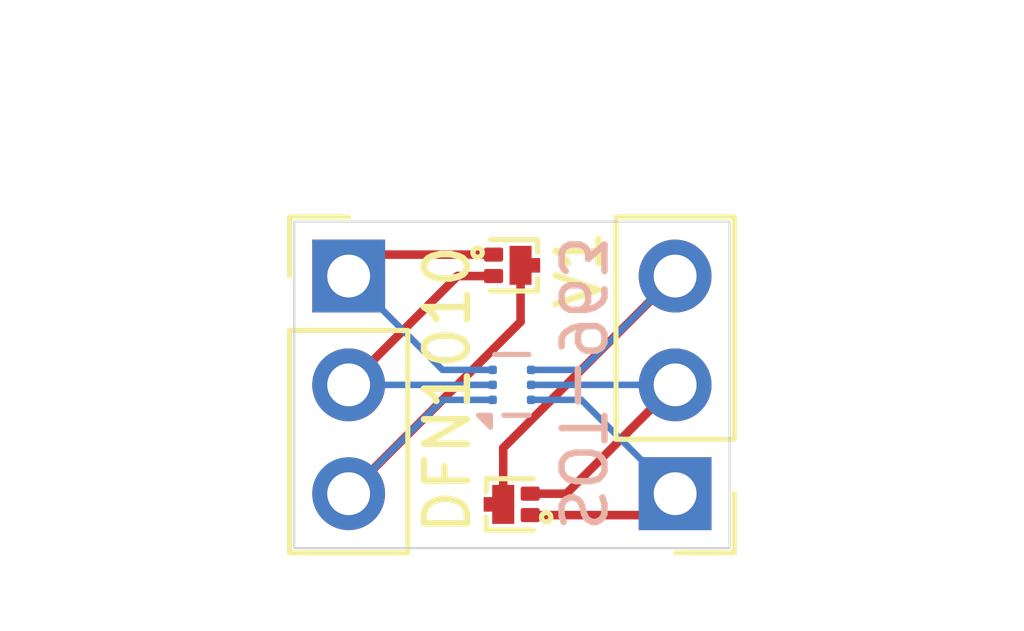
<source format=kicad_pcb>
(kicad_pcb (version 20241229) (generator "pcbnew") (generator_version "9.0")
  (layers (0 "F.Cu" signal) (2 "B.Cu" signal) (13 "F.Paste" user) (15 "B.Paste" user) (5 "F.SilkS" user "F.Silkscreen") (7 "B.SilkS" user "B.Silkscreen") (1 "F.Mask" user) (3 "B.Mask" user) (25 "Edge.Cuts" user))
  (net 0 "")
  (net 1 "Net-(J1-Pin_2)")
  (net 2 "Net-(J1-Pin_3)")
  (net 3 "Net-(J1-Pin_1)")
  (net 4 "Net-(J2-Pin_2)")
  (net 5 "Net-(J2-Pin_3)")
  (net 6 "Net-(J2-Pin_1)")
  (footprint "Connector_PinHeader_2.54mm:PinHeader_1x03_P2.54mm_Vertical" (layer "F.Cu") (at 45.72 55.88 180)
    (property "Reference" "J2" (hide yes))
    (property "Value" "Conn_01x03")
    (fp_line (start 1.38 1.27) (end 1.38 6.46) (stroke (width 0.12)) (layer "F.SilkS"))
    (fp_line (start -1.38 6.46) (end 1.38 6.46) (stroke (width 0.12)) (layer "F.SilkS"))
    (fp_line (start -1.38 1.27) (end 1.38 1.27) (stroke (width 0.12)) (layer "F.SilkS"))
    (fp_line (start -1.38 1.27) (end -1.38 6.46) (stroke (width 0.12)) (layer "F.SilkS"))
    (fp_line (start -1.38 0) (end -1.38 -1.38) (stroke (width 0.12)) (layer "F.SilkS"))
    (fp_line (start -1.38 -1.38) (end 0 -1.38) (stroke (width 0.12)) (layer "F.SilkS"))
    (pad "1" thru_hole rect (at 0 0 180) (size 1.7 1.7) (drill 1) (layers "*.Cu" "*.Mask") (net 6 "Net-(J2-Pin_1)"))
    (pad "2" thru_hole circle (at 0 2.54 180) (size 1.7 1.7) (drill 1) (layers "*.Cu" "*.Mask") (net 4 "Net-(J2-Pin_2)"))
    (pad "3" thru_hole circle (at 0 5.08 180) (size 1.7 1.7) (drill 1) (layers "*.Cu" "*.Mask") (net 5 "Net-(J2-Pin_3)"))
  )
  (footprint "Package_DFN_QFN:Diodes_X2-DFN1010-3" (layer "F.Cu") (at 41.91 50.55)
    (property "Reference" "Q1" (hide yes))
    (property "Value" "DMN1045")
    (fp_line (start -0.5 -0.6) (end 0.6 -0.6) (stroke (width 0.12)) (layer "F.SilkS"))
    (fp_line (start 0.6 -0.6) (end 0.6 -0.3) (stroke (width 0.12)) (layer "F.SilkS"))
    (fp_line (start 0.6 0.3) (end 0.6 0.6) (stroke (width 0.12)) (layer "F.SilkS"))
    (fp_line (start 0.6 0.6) (end -0.5 0.6) (stroke (width 0.12)) (layer "F.SilkS"))
    (fp_circle (center -0.8 -0.3) (end -0.75 -0.3) (stroke (width 0.12)) (fill no) (layer "F.SilkS"))
    (pad "1" smd roundrect (at -0.4275 -0.25 270) (size 0.33 0.445) (layers "F.Cu" "F.Mask" "F.Paste") (roundrect_rratio 0.15) (net 3 "Net-(J1-Pin_1)"))
    (pad "2" smd roundrect (at -0.4275 0.25 270) (size 0.33 0.445) (layers "F.Cu" "F.Mask" "F.Paste") (roundrect_rratio 0.15) (net 1 "Net-(J1-Pin_2)"))
    (pad "3" smd custom (at 0.2025 0) (size 0.505 0.9) (layers "F.Cu" "F.Mask" "F.Paste") (net 2 "Net-(J1-Pin_3)") (options (clearance outline) (anchor rect)) (primitives (gr_poly (pts (xy -0.2525 -0.45) (xy 0.2525 -0.45) (xy 0.2525 -0.165) (xy 0.4525 -0.165) (xy 0.4525 0.165) (xy 0.2525 0.165) (xy 0.2525 0.45) (xy -0.2525 0.45)) (width 0.01) (fill yes))))
  )
  (footprint "Connector_PinHeader_2.54mm:PinHeader_1x03_P2.54mm_Vertical" (layer "F.Cu") (at 38.1 50.8)
    (property "Reference" "J1" (hide yes))
    (property "Value" "Conn_01x03")
    (fp_line (start -1.38 -1.38) (end 0 -1.38) (stroke (width 0.12)) (layer "F.SilkS"))
    (fp_line (start -1.38 0) (end -1.38 -1.38) (stroke (width 0.12)) (layer "F.SilkS"))
    (fp_line (start -1.38 1.27) (end -1.38 6.46) (stroke (width 0.12)) (layer "F.SilkS"))
    (fp_line (start -1.38 1.27) (end 1.38 1.27) (stroke (width 0.12)) (layer "F.SilkS"))
    (fp_line (start -1.38 6.46) (end 1.38 6.46) (stroke (width 0.12)) (layer "F.SilkS"))
    (fp_line (start 1.38 1.27) (end 1.38 6.46) (stroke (width 0.12)) (layer "F.SilkS"))
    (pad "1" thru_hole rect (at 0 0) (size 1.7 1.7) (drill 1) (layers "*.Cu" "*.Mask") (net 3 "Net-(J1-Pin_1)"))
    (pad "2" thru_hole circle (at 0 2.54) (size 1.7 1.7) (drill 1) (layers "*.Cu" "*.Mask") (net 1 "Net-(J1-Pin_2)"))
    (pad "3" thru_hole circle (at 0 5.08) (size 1.7 1.7) (drill 1) (layers "*.Cu" "*.Mask") (net 2 "Net-(J1-Pin_3)"))
  )
  (footprint "Package_DFN_QFN:Diodes_X2-DFN1010-3" (layer "F.Cu") (at 41.91 56.13 180)
    (property "Reference" "Q2" (hide yes))
    (property "Value" "DMN1045")
    (fp_line (start 0.6 0.6) (end -0.5 0.6) (stroke (width 0.12)) (layer "F.SilkS"))
    (fp_line (start 0.6 0.3) (end 0.6 0.6) (stroke (width 0.12)) (layer "F.SilkS"))
    (fp_line (start 0.6 -0.6) (end 0.6 -0.3) (stroke (width 0.12)) (layer "F.SilkS"))
    (fp_line (start -0.5 -0.6) (end 0.6 -0.6) (stroke (width 0.12)) (layer "F.SilkS"))
    (fp_circle (center -0.8 -0.3) (end -0.75 -0.3) (stroke (width 0.12)) (fill no) (layer "F.SilkS"))
    (pad "1" smd roundrect (at -0.4275 -0.25 90) (size 0.33 0.445) (layers "F.Cu" "F.Mask" "F.Paste") (roundrect_rratio 0.15) (net 6 "Net-(J2-Pin_1)"))
    (pad "2" smd roundrect (at -0.4275 0.25 90) (size 0.33 0.445) (layers "F.Cu" "F.Mask" "F.Paste") (roundrect_rratio 0.15) (net 4 "Net-(J2-Pin_2)"))
    (pad "3" smd custom (at 0.2025 0 180) (size 0.505 0.9) (layers "F.Cu" "F.Mask" "F.Paste") (net 5 "Net-(J2-Pin_3)") (options (clearance outline) (anchor rect)) (primitives (gr_poly (pts (xy -0.2525 -0.45) (xy 0.2525 -0.45) (xy 0.2525 -0.165) (xy 0.4525 -0.165) (xy 0.4525 0.165) (xy 0.2525 0.165) (xy 0.2525 0.45) (xy -0.2525 0.45)) (width 0.01) (fill yes))))
  )
  (footprint "Package_TO_SOT_SMD:SOT-963" (layer "B.Cu") (at 41.91 53.34)
    (property "Reference" "J3" (hide yes))
    (property "Value" "Conn_02x03_Counter_Clockwise")
    (fp_line (start 0.4 -0.71) (end -0.4 -0.71) (stroke (width 0.12)) (layer "B.SilkS"))
    (fp_line (start 0.4 0.71) (end -0.19 0.71) (stroke (width 0.12)) (layer "B.SilkS"))
    (fp_poly (pts (xy -0.5 0.71) (xy -0.78 0.71) (xy -0.5 0.99) (xy -0.5 0.71)) (stroke (width 0.12)) (fill yes) (layer "B.SilkS"))
    (pad "1" smd roundrect (at -0.45 0.35) (size 0.2 0.2) (layers "B.Cu" "B.Mask" "B.Paste") (net 2 "Net-(J1-Pin_3)"))
    (pad "2" smd roundrect (at -0.45 0) (size 0.2 0.2) (layers "B.Cu" "B.Mask" "B.Paste") (net 1 "Net-(J1-Pin_2)"))
    (pad "3" smd roundrect (at -0.45 -0.35) (size 0.2 0.2) (layers "B.Cu" "B.Mask" "B.Paste") (net 3 "Net-(J1-Pin_1)"))
    (pad "4" smd roundrect (at 0.45 -0.35) (size 0.2 0.2) (layers "B.Cu" "B.Mask" "B.Paste") (net 5 "Net-(J2-Pin_3)"))
    (pad "5" smd roundrect (at 0.45 0) (size 0.2 0.2) (layers "B.Cu" "B.Mask" "B.Paste") (net 4 "Net-(J2-Pin_2)"))
    (pad "6" smd roundrect (at 0.45 0.35) (size 0.2 0.2) (layers "B.Cu" "B.Mask" "B.Paste") (net 6 "Net-(J2-Pin_1)"))
  )
  (gr_rect (start 36.83 49.53) (end 46.99 57.15) (stroke (width 0.05)) (fill no) (layer "Edge.Cuts"))
  (gr_text "V1" (at 44.06 51.65 90) (layer "F.SilkS") (effects (font (size 1 1) (thickness 0.152)) (justify left bottom)))
  (gr_text "DFN1010" (at 40.99 56.91 90) (layer "F.SilkS") (effects (font (size 1 1) (thickness 0.152)) (justify left bottom)))
  (gr_text "SOT-963" (at 42.94 56.83 270) (layer "B.SilkS") (effects (font (size 1 1) (thickness 0.152)) (justify left bottom mirror)))
  (segment (start 40.64 50.8) (end 38.1 53.34) (width 0.2) (layer "F.Cu") (net 1))
  (segment (start 41.4825 50.8) (end 40.64 50.8) (width 0.2) (layer "F.Cu") (net 1))
  (segment (start 38.1 53.34) (end 41.46 53.34) (width 0.152) (layer "B.Cu") (net 1))
  (segment (start 42.1125 51.8675) (end 38.1 55.88) (width 0.2) (layer "F.Cu") (net 2))
  (segment (start 42.1125 50.55) (end 42.1125 51.8675) (width 0.2) (layer "F.Cu") (net 2))
  (segment (start 40.29 53.69) (end 38.1 55.88) (width 0.152) (layer "B.Cu") (net 2))
  (segment (start 41.46 53.69) (end 40.29 53.69) (width 0.152) (layer "B.Cu") (net 2))
  (segment (start 38.6 50.3) (end 38.1 50.8) (width 0.2) (layer "F.Cu") (net 3))
  (segment (start 41.4825 50.3) (end 38.6 50.3) (width 0.2) (layer "F.Cu") (net 3))
  (segment (start 41.46 52.99) (end 40.29 52.99) (width 0.152) (layer "B.Cu") (net 3))
  (segment (start 40.29 52.99) (end 38.1 50.8) (width 0.152) (layer "B.Cu") (net 3))
  (segment (start 42.3375 55.88) (end 43.18 55.88) (width 0.2) (layer "F.Cu") (net 4))
  (segment (start 43.18 55.88) (end 45.72 53.34) (width 0.2) (layer "F.Cu") (net 4))
  (segment (start 42.36 53.34) (end 45.72 53.34) (width 0.152) (layer "B.Cu") (net 4))
  (segment (start 41.7075 54.8125) (end 45.72 50.8) (width 0.2) (layer "F.Cu") (net 5))
  (segment (start 41.7075 56.13) (end 41.7075 54.8125) (width 0.2) (layer "F.Cu") (net 5))
  (segment (start 43.53 52.99) (end 45.72 50.8) (width 0.152) (layer "B.Cu") (net 5))
  (segment (start 42.36 52.99) (end 43.53 52.99) (width 0.152) (layer "B.Cu") (net 5))
  (segment (start 42.3375 56.38) (end 45.22 56.38) (width 0.2) (layer "F.Cu") (net 6))
  (segment (start 45.22 56.38) (end 45.72 55.88) (width 0.2) (layer "F.Cu") (net 6))
  (segment (start 43.53 53.69) (end 45.72 55.88) (width 0.152) (layer "B.Cu") (net 6))
  (segment (start 42.36 53.69) (end 43.53 53.69) (width 0.152) (layer "B.Cu") (net 6))
)
</source>
